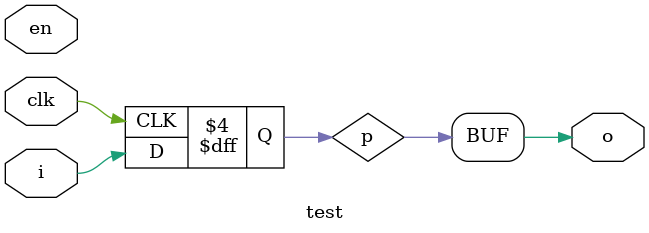
<source format=v>
module test (clk, en, i, o);
    input clk, en, i;
    reg p;
    output o;
    always @ (posedge clk)
    begin
        if (en) begin
            p <= #(5:15:25) i;
        end else begin
            #(3:5:8) p <= i;
        end
    end
    assign #(10, 20, 15:20:30) o = p;
endmodule

</source>
